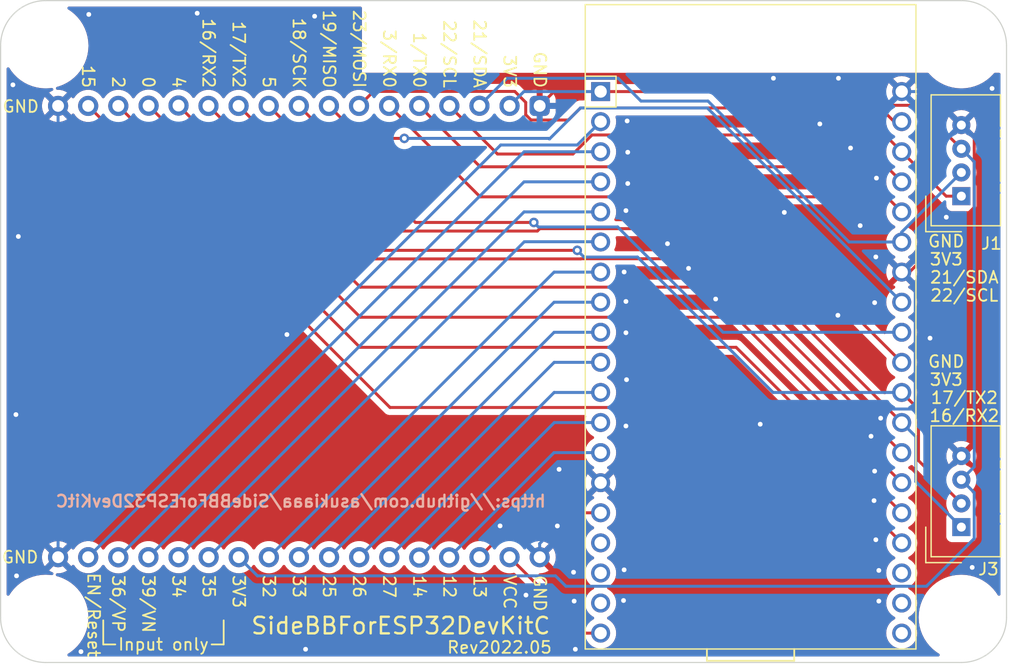
<source format=kicad_pcb>
(kicad_pcb (version 20221018) (generator pcbnew)
  (layers (0 "F.Cu" signal) (31 "B.Cu" signal) (34 "B.Paste" user) (35 "F.Paste" user) (36 "B.SilkS" user "B.Silkscreen") (37 "F.SilkS" user "F.Silkscreen") (38 "B.Mask" user) (39 "F.Mask" user) (44 "Edge.Cuts" user))
  (net 0 "")
  (net 1 "/22_SCL")
  (net 2 "/21_SDA")
  (net 3 "VCC")
  (net 4 "GND")
  (net 5 "+3V3")
  (net 6 "/1_TX0")
  (net 7 "/3_RX0")
  (net 8 "/23_MOSI")
  (net 9 "/19_MISO")
  (net 10 "/18_SCK")
  (net 11 "/5")
  (net 12 "/17_TX2")
  (net 13 "/16_RX2")
  (net 14 "/4")
  (net 15 "/0")
  (net 16 "/2")
  (net 17 "/15")
  (net 18 "/13")
  (net 19 "/12")
  (net 20 "/14")
  (net 21 "/27")
  (net 22 "/26")
  (net 23 "/25")
  (net 24 "/33")
  (net 25 "/32")
  (net 26 "/35")
  (net 27 "/34")
  (net 28 "/39_vn")
  (net 29 "/36_vp")
  (net 30 "/en_reset")
  (footprint "asukiaaa-kicad-footprints:ESP32-DEVKITC-32D" (layer "F.Cu") (at 198.17 55.9416)
    (fp_text reference "U1" hide)
    (fp_text value "ESP32-DEVKITC-32D")
    (fp_line (start -1.3 -7.34) (end 26.6 -7.34) (stroke (width 0.12)) (layer "F.SilkS"))
    (fp_line (start -1.3 -1.3) (end 1.3 -1.3) (stroke (width 0.12)) (layer "F.SilkS"))
    (fp_line (start -1.3 47.06) (end -1.3 -7.34) (stroke (width 0.12)) (layer "F.SilkS"))
    (fp_line (start 1.3 -1.3) (end 1.3 1.3) (stroke (width 0.12)) (layer "F.SilkS"))
    (fp_line (start 1.3 1.3) (end -1.3 1.3) (stroke (width 0.12)) (layer "F.SilkS"))
    (fp_line (start 8.9662 47.0662) (end 8.9662 48.0568) (stroke (width 0.15)) (layer "F.SilkS"))
    (fp_line (start 8.9662 48.0568) (end 16.3322 48.0568) (stroke (width 0.15)) (layer "F.SilkS"))
    (fp_line (start 16.3322 48.0568) (end 16.3322 47.0662) (stroke (width 0.15)) (layer "F.SilkS"))
    (fp_line (start 26.6 -7.34) (end 26.6 47.06) (stroke (width 0.12)) (layer "F.SilkS"))
    (fp_line (start 26.6 47.06) (end -1.3 47.06) (stroke (width 0.12)) (layer "F.SilkS"))
    (pad "1" thru_hole rect (at 0 0) (size 1.6 1.6) (drill 1.04) (layers "*.Cu" "*.Mask") (net 5 "+3V3"))
    (pad "2" thru_hole circle (at 0 2.54) (size 1.6 1.6) (drill 1.04) (layers "*.Cu" "*.Mask") (net 30 "/en_reset"))
    (pad "3" thru_hole circle (at 0 5.08) (size 1.6 1.6) (drill 1.04) (layers "*.Cu" "*.Mask") (net 29 "/36_vp"))
    (pad "4" thru_hole circle (at 0 7.62) (size 1.6 1.6) (drill 1.04) (layers "*.Cu" "*.Mask") (net 28 "/39_vn"))
    (pad "5" thru_hole circle (at 0 10.16) (size 1.6 1.6) (drill 1.04) (layers "*.Cu" "*.Mask") (net 27 "/34"))
    (pad "6" thru_hole circle (at 0 12.7) (size 1.6 1.6) (drill 1.04) (layers "*.Cu" "*.Mask") (net 26 "/35"))
    (pad "7" thru_hole circle (at 0 15.24) (size 1.6 1.6) (drill 1.04) (layers "*.Cu" "*.Mask") (net 25 "/32"))
    (pad "8" thru_hole circle (at 0 17.78) (size 1.6 1.6) (drill 1.04) (layers "*.Cu" "*.Mask") (net 24 "/33"))
    (pad "9" thru_hole circle (at 0 20.32) (size 1.6 1.6) (drill 1.04) (layers "*.Cu" "*.Mask") (net 23 "/25"))
    (pad "10" thru_hole circle (at 0 22.86) (size 1.6 1.6) (drill 1.04) (layers "*.Cu" "*.Mask") (net 22 "/26"))
    (pad "11" thru_hole circle (at 0 25.4) (size 1.6 1.6) (drill 1.04) (layers "*.Cu" "*.Mask") (net 21 "/27"))
    (pad "12" thru_hole circle (at 0 27.94) (size 1.6 1.6) (drill 1.04) (layers "*.Cu" "*.Mask") (net 20 "/14"))
    (pad "13" thru_hole circle (at 0 30.48) (size 1.6 1.6) (drill 1.04) (layers "*.Cu" "*.Mask") (net 19 "/12"))
    (pad "14" thru_hole circle (at 0 33.02) (size 1.6 1.6) (drill 1.04) (layers "*.Cu" "*.Mask") (net 4 "GND"))
    (pad "15" thru_hole circle (at 0 35.56) (size 1.6 1.6) (drill 1.04) (layers "*.Cu" "*.Mask") (net 18 "/13"))
    (pad "16" thru_hole circle (at 0 38.1) (size 1.6 1.6) (drill 1.04) (layers "*.Cu" "*.Mask"))
    (pad "17" thru_hole circle (at 0 40.64) (size 1.6 1.6) (drill 1.04) (layers "*.Cu" "*.Mask"))
    (pad "18" thru_hole circle (at 0 43.18) (size 1.6 1.6) (drill 1.04) (layers "*.Cu" "*.Mask"))
    (pad "19" thru_hole circle (at 0 45.72) (size 1.6 1.6) (drill 1.04) (layers "*.Cu" "*.Mask") (net 3 "VCC"))
    (pad "20" thru_hole circle (at 25.4 0) (size 1.6 1.6) (drill 1.04) (layers "*.Cu" "*.Mask") (net 4 "GND"))
    (pad "21" thru_hole circle (at 25.4 2.54) (size 1.6 1.6) (drill 1.04) (layers "*.Cu" "*.Mask") (net 8 "/23_MOSI"))
    (pad "22" thru_hole circle (at 25.4 5.08) (size 1.6 1.6) (drill 1.04) (layers "*.Cu" "*.Mask") (net 1 "/22_SCL"))
    (pad "23" thru_hole circle (at 25.4 7.62) (size 1.6 1.6) (drill 1.04) (layers "*.Cu" "*.Mask") (net 6 "/1_TX0"))
    (pad "24" thru_hole circle (at 25.4 10.16) (size 1.6 1.6) (drill 1.04) (layers "*.Cu" "*.Mask") (net 7 "/3_RX0"))
    (pad "25" thru_hole circle (at 25.4 12.7) (size 1.6 1.6) (drill 1.04) (layers "*.Cu" "*.Mask") (net 2 "/21_SDA"))
    (pad "26" thru_hole circle (at 25.4 15.24) (size 1.6 1.6) (drill 1.04) (layers "*.Cu" "*.Mask") (net 4 "GND"))
    (pad "27" thru_hole circle (at 25.4 17.78) (size 1.6 1.6) (drill 1.04) (layers "*.Cu" "*.Mask") (net 9 "/19_MISO"))
    (pad "28" thru_hole circle (at 25.4 20.32) (size 1.6 1.6) (drill 1.04) (layers "*.Cu" "*.Mask") (net 10 "/18_SCK"))
    (pad "29" thru_hole circle (at 25.4 22.86) (size 1.6 1.6) (drill 1.04) (layers "*.Cu" "*.Mask") (net 11 "/5"))
    (pad "30" thru_hole circle (at 25.4 25.4) (size 1.6 1.6) (drill 1.04) (layers "*.Cu" "*.Mask") (net 12 "/17_TX2"))
    (pad "31" thru_hole circle (at 25.4 27.94) (size 1.6 1.6) (drill 1.04) (layers "*.Cu" "*.Mask") (net 13 "/16_RX2"))
    (pad "32" thru_hole circle (at 25.4 30.48) (size 1.6 1.6) (drill 1.04) (layers "*.Cu" "*.Mask") (net 14 "/4"))
    (pad "33" thru_hole circle (at 25.4 33.02) (size 1.6 1.6) (drill 1.04) (layers "*.Cu" "*.Mask") (net 15 "/0"))
    (pad "34" thru_hole circle (at 25.4 35.56) (size 1.6 1.6) (drill 1.04) (layers "*.Cu" "*.Mask") (net 16 "/2"))
    (pad "35" thru_hole circle (at 25.4 38.1) (size 1.6 1.6) (drill 1.04) (layers "*.Cu" "*.Mask") (net 17 "/15"))
    (pad "36" thru_hole circle (at 25.4 40.64) (size 1.6 1.6) (drill 1.04) (layers "*.Cu" "*.Mask"))
    (pad "37" thru_hole circle (at 25.4 43.18) (size 1.6 1.6) (drill 1.04) (layers "*.Cu" "*.Mask"))
    (pad "38" thru_hole circle (at 25.4 45.72) (size 1.6 1.6) (drill 1.04) (layers "*.Cu" "*.Mask"))
  )
  (footprint "asukiaaa-kicad-footprints:MountingHole_3.2mm_M3_bare" (layer "F.Cu") (at 228.6 100.33)
    (fp_text reference "REF2" hide)
    (fp_text value "MountingHole_3.2mm_M3_bare" hide)
    (pad "" np_thru_hole circle (at 0 0) (size 3.2 3.2) (drill 3.2) (layers "F&B.Cu" "*.Mask") (clearance 2))
  )
  (footprint "asukiaaa-kicad-footprints:MountingHole_3.2mm_M3_bare" (layer "F.Cu") (at 151.36 52.07)
    (fp_text reference "REF4" hide)
    (fp_text value "MountingHole_3.2mm_M3_bare" hide)
    (pad "" np_thru_hole circle (at 0 0) (size 3.2 3.2) (drill 3.2) (layers "F&B.Cu" "*.Mask") (clearance 2))
  )
  (footprint "asukiaaa-kicad-footprints:MountingHole_3.2mm_M3_bare" (layer "F.Cu") (at 151.36 100.33)
    (fp_text reference "REF3" hide)
    (fp_text value "MountingHole_3.2mm_M3_bare" hide)
    (pad "" np_thru_hole circle (at 0 0) (size 3.2 3.2) (drill 3.2) (layers "F&B.Cu" "*.Mask") (clearance 2))
  )
  (footprint "Connector:NS-Tech_Grove_1x04_P2mm_Vertical" (layer "F.Cu") (at 228.6 92.71 180)
    (fp_text reference "J3" (at -2.286 -3.556) (layer "F.SilkS"))
    (fp_text value "Grove-I2C-connector")
    (fp_line (start -3.3 -2.5) (end -3.3 0.15) (stroke (width 0.12)) (layer "F.SilkS"))
    (fp_line (start -3.3 -2.5) (end 2.55 -2.5) (stroke (width 0.12)) (layer "F.SilkS"))
    (fp_line (start -3.3 0.4) (end -3.3 1) (stroke (width 0.12)) (layer "F.SilkS"))
    (fp_line (start -3.3 1.25) (end -3.3 4.75) (stroke (width 0.12)) (layer "F.SilkS"))
    (fp_line (start -3.3 5) (end -3.3 5.6) (stroke (width 0.12)) (layer "F.SilkS"))
    (fp_line (start -3.3 5.9) (end -3.3 8.55) (stroke (width 0.12)) (layer "F.SilkS"))
    (fp_line (start -3.3 8.55) (end 2.55 8.55) (stroke (width 0.12)) (layer "F.SilkS"))
    (fp_line (start 0 -3) (end 3 -3) (stroke (width 0.12)) (layer "F.SilkS"))
    (fp_line (start 2.55 -2.5) (end 2.55 8.55) (stroke (width 0.12)) (layer "F.SilkS"))
    (fp_line (start 3 -3) (end 3 0) (stroke (width 0.12)) (layer "F.SilkS"))
    (pad "1" thru_hole rect (at 0 0 180) (size 1.524 1.524) (drill 0.762) (layers "*.Cu" "*.Mask") (net 13 "/16_RX2"))
    (pad "2" thru_hole circle (at 0 2 180) (size 1.524 1.524) (drill 0.762) (layers "*.Cu" "*.Mask") (net 12 "/17_TX2"))
    (pad "3" thru_hole circle (at 0 4 180) (size 1.524 1.524) (drill 0.762) (layers "*.Cu" "*.Mask") (net 5 "+3V3"))
    (pad "4" thru_hole circle (at 0 6 180) (size 1.524 1.524) (drill 0.762) (layers "*.Cu" "*.Mask") (net 4 "GND"))
  )
  (footprint "Connector:NS-Tech_Grove_1x04_P2mm_Vertical" (layer "F.Cu") (at 228.6 64.77 180)
    (fp_text reference "J1" (at -2.54 -4) (layer "F.SilkS"))
    (fp_text value "Grove-I2C-connector")
    (fp_line (start -3.3 -2.5) (end -3.3 0.15) (stroke (width 0.12)) (layer "F.SilkS"))
    (fp_line (start -3.3 -2.5) (end 2.55 -2.5) (stroke (width 0.12)) (layer "F.SilkS"))
    (fp_line (start -3.3 0.4) (end -3.3 1) (stroke (width 0.12)) (layer "F.SilkS"))
    (fp_line (start -3.3 1.25) (end -3.3 4.75) (stroke (width 0.12)) (layer "F.SilkS"))
    (fp_line (start -3.3 5) (end -3.3 5.6) (stroke (width 0.12)) (layer "F.SilkS"))
    (fp_line (start -3.3 5.9) (end -3.3 8.55) (stroke (width 0.12)) (layer "F.SilkS"))
    (fp_line (start -3.3 8.55) (end 2.55 8.55) (stroke (width 0.12)) (layer "F.SilkS"))
    (fp_line (start 0 -3) (end 3 -3) (stroke (width 0.12)) (layer "F.SilkS"))
    (fp_line (start 2.55 -2.5) (end 2.55 8.55) (stroke (width 0.12)) (layer "F.SilkS"))
    (fp_line (start 3 -3) (end 3 0) (stroke (width 0.12)) (layer "F.SilkS"))
    (pad "1" thru_hole rect (at 0 0 180) (size 1.524 1.524) (drill 0.762) (layers "*.Cu" "*.Mask") (net 1 "/22_SCL"))
    (pad "2" thru_hole circle (at 0 2 180) (size 1.524 1.524) (drill 0.762) (layers "*.Cu" "*.Mask") (net 2 "/21_SDA"))
    (pad "3" thru_hole circle (at 0 4 180) (size 1.524 1.524) (drill 0.762) (layers "*.Cu" "*.Mask") (net 5 "+3V3"))
    (pad "4" thru_hole circle (at 0 6 180) (size 1.524 1.524) (drill 0.762) (layers "*.Cu" "*.Mask") (net 4 "GND"))
  )
  (footprint "asukiaaa-kicad-footprints:mini-bread-board-1x17x2" (layer "F.Cu") (at 172.72 76.2 -90)
    (fp_text reference "J2" hide)
    (fp_text value "mini-bread-board-1x17x2")
    (pad "1" thru_hole roundrect (at -19.05 -20.306594) (size 1.7 1.7) (drill 1) (layers "*.Cu" "*.Mask") (net 4 "GND"))
    (pad "2" thru_hole circle (at -19.05 -17.766594 270) (size 1.7 1.7) (drill 1) (layers "*.Cu" "*.Mask") (net 5 "+3V3"))
    (pad "3" thru_hole circle (at -19.059586 -15.226594 270) (size 1.7 1.7) (drill 1) (layers "*.Cu" "*.Mask") (net 2 "/21_SDA"))
    (pad "4" thru_hole circle (at -19.05 -12.686594 270) (size 1.7 1.7) (drill 1) (layers "*.Cu" "*.Mask") (net 1 "/22_SCL"))
    (pad "5" thru_hole circle (at -19.05 -10.146594 270) (size 1.7 1.7) (drill 1) (layers "*.Cu" "*.Mask") (net 6 "/1_TX0"))
    (pad "6" thru_hole circle (at -19.05 -7.606594 270) (size 1.7 1.7) (drill 1) (layers "*.Cu" "*.Mask") (net 7 "/3_RX0"))
    (pad "7" thru_hole circle (at -19.05 -5.066594 270) (size 1.7 1.7) (drill 1) (layers "*.Cu" "*.Mask") (net 8 "/23_MOSI"))
    (pad "8" thru_hole circle (at -19.05 -2.526594 270) (size 1.7 1.7) (drill 1) (layers "*.Cu" "*.Mask") (net 9 "/19_MISO"))
    (pad "9" thru_hole circle (at -19.05 0.013406 270) (size 1.7 1.7) (drill 1) (layers "*.Cu" "*.Mask") (net 10 "/18_SCK"))
    (pad "10" thru_hole circle (at -19.05 2.553406 270) (size 1.7 1.7) (drill 1) (layers "*.Cu" "*.Mask") (net 11 "/5"))
    (pad "11" thru_hole circle (at -19.05 5.093406 270) (size 1.7 1.7) (drill 1) (layers "*.Cu" "*.Mask") (net 12 "/17_TX2"))
    (pad "12" thru_hole circle (at -19.05 7.633406 270) (size 1.7 1.7) (drill 1) (layers "*.Cu" "*.Mask") (net 13 "/16_RX2"))
    (pad "13" thru_hole circle (at -19.078711 10.16 270) (size 1.7 1.7) (drill 1) (layers "*.Cu" "*.Mask") (net 14 "/4"))
    (pad "14" thru_hole circle (at -19.066615 12.683384 270) (size 1.7 1.7) (drill 1) (layers "*.Cu" "*.Mask") (net 15 "/0"))
    (pad "15" thru_hole circle (at -19.05 15.24 270) (size 1.7 1.7) (drill 1) (layers "*.Cu" "*.Mask") (net 16 "/2"))
    (pad "16" thru_hole circle (at -19.05 17.78 270) (size 1.7 1.7) (drill 1) (layers "*.Cu" "*.Mask") (net 17 "/15"))
    (pad "17" thru_hole circle (at -19.05 20.32 270) (size 1.7 1.7) (drill 1) (layers "*.Cu" "*.Mask") (net 4 "GND"))
    (pad "18" thru_hole circle (at 19.05 20.32 90) (size 1.7 1.7) (drill 1) (layers "*.Cu" "*.Mask") (net 4 "GND"))
    (pad "19" thru_hole circle (at 19.050001 17.78 90) (size 1.7 1.7) (drill 1) (layers "*.Cu" "*.Mask") (net 30 "/en_reset"))
    (pad "20" thru_hole circle (at 19.059587 15.24 90) (size 1.7 1.7) (drill 1) (layers "*.Cu" "*.Mask") (net 29 "/36_vp"))
    (pad "21" thru_hole circle (at 19.050001 12.7 90) (size 1.7 1.7) (drill 1) (layers "*.Cu" "*.Mask") (net 28 "/39_vn"))
    (pad "22" thru_hole circle (at 19.050001 10.16 90) (size 1.7 1.7) (drill 1) (layers "*.Cu" "*.Mask") (net 27 "/34"))
    (pad "23" thru_hole circle (at 19.050001 7.62 90) (size 1.7 1.7) (drill 1) (layers "*.Cu" "*.Mask") (net 26 "/35"))
    (pad "24" thru_hole circle (at 19.050001 5.08 90) (size 1.7 1.7) (drill 1) (layers "*.Cu" "*.Mask") (net 5 "+3V3"))
    (pad "25" thru_hole circle (at 19.050001 2.54 90) (size 1.7 1.7) (drill 1) (layers "*.Cu" "*.Mask") (net 25 "/32"))
    (pad "26" thru_hole circle (at 19.050001 0 90) (size 1.7 1.7) (drill 1) (layers "*.Cu" "*.Mask") (net 24 "/33"))
    (pad "27" thru_hole circle (at 19.050001 -2.54 90) (size 1.7 1.7) (drill 1) (layers "*.Cu" "*.Mask") (net 23 "/25"))
    (pad "28" thru_hole circle (at 19.050001 -5.08 90) (size 1.7 1.7) (drill 1) (layers "*.Cu" "*.Mask") (net 22 "/26"))
    (pad "29" thru_hole circle (at 19.050001 -7.62 90) (size 1.7 1.7) (drill 1) (layers "*.Cu" "*.Mask") (net 21 "/27"))
    (pad "30" thru_hole circle (at 19.078712 -10.146594 90) (size 1.7 1.7) (drill 1) (layers "*.Cu" "*.Mask") (net 20 "/14"))
    (pad "31" thru_hole circle (at 19.066616 -12.669978 90) (size 1.7 1.7) (drill 1) (layers "*.Cu" "*.Mask") (net 19 "/12"))
    (pad "32" thru_hole circle (at 19.050001 -15.226594 90) (size 1.7 1.7) (drill 1) (layers "*.Cu" "*.Mask") (net 18 "/13"))
    (pad "33" thru_hole circle (at 19.050001 -17.766594 90) (size 1.7 1.7) (drill 1) (layers "*.Cu" "*.Mask") (net 3 "VCC"))
    (pad "34" thru_hole circle (at 19.050001 -20.306594 90) (size 1.7 1.7) (drill 1) (layers "*.Cu" "*.Mask") (net 4 "GND"))
  )
  (footprint "asukiaaa-kicad-footprints:MountingHole_3.2mm_M3_bare" (layer "F.Cu") (at 228.6 52.07)
    (fp_text reference "REF1" hide)
    (fp_text value "MountingHole_3.2mm_M3_bare" hide)
    (pad "" np_thru_hole circle (at 0 0) (size 3.2 3.2) (drill 3.2) (layers "F&B.Cu" "*.Mask") (clearance 2))
  )
  (gr_line (start 156.21 102.616) (end 157.226 102.616) (stroke (width 0.15)) (layer "F.SilkS"))
  (gr_line (start 156.21 100.584) (end 156.21 102.616) (stroke (width 0.15)) (layer "F.SilkS"))
  (gr_line (start 165.354 102.616) (end 166.37 102.616) (stroke (width 0.15)) (layer "F.SilkS"))
  (gr_line (start 166.37 102.616) (end 166.37 100.584) (stroke (width 0.15)) (layer "F.SilkS"))
  (gr_line (start 147.550001 52.070001) (end 147.550001 100.329999) (stroke (width 0.1)) (layer "Edge.Cuts"))
  (gr_line (start 232.409999 100.329999) (end 232.41 52.07) (stroke (width 0.1)) (layer "Edge.Cuts"))
  (gr_arc (start 232.409999 100.329999) (mid 231.294076 103.024076) (end 228.599999 104.139999) (stroke (width 0.1)) (layer "Edge.Cuts"))
  (gr_line (start 228.6 48.26) (end 151.360001 48.260001) (stroke (width 0.1)) (layer "Edge.Cuts"))
  (gr_line (start 151.360001 104.139999) (end 228.599999 104.139999) (stroke (width 0.1)) (layer "Edge.Cuts"))
  (gr_arc (start 147.550001 52.070001) (mid 148.665924 49.375924) (end 151.360001 48.260001) (stroke (width 0.1)) (layer "Edge.Cuts"))
  (gr_arc (start 151.360001 104.139999) (mid 148.665924 103.024076) (end 147.550001 100.329999) (stroke (width 0.1)) (layer "Edge.Cuts"))
  (gr_arc (start 228.6 48.26) (mid 231.294077 49.375923) (end 232.41 52.07) (stroke (width 0.1)) (layer "Edge.Cuts"))
  (gr_text "https://github.com/asukiaaa/SideBBForESP32DevKitC" (at 172.8724 90.5256) (layer "B.SilkS") (effects (font (size 1 1) (thickness 0.2)) (justify mirror)))
  (gr_text "25" (at 175.26 97.726572 270) (layer "F.SilkS") (effects (font (size 1 1))))
  (gr_text "GND" (at 193.04 54.102 270) (layer "F.SilkS") (effects (font (size 1 1))))
  (gr_text "4" (at 162.56 55.149619 270) (layer "F.SilkS") (effects (font (size 1 1))))
  (gr_text "3V3" (at 167.64 98.155143 270) (layer "F.SilkS") (effects (font (size 1 1))))
  (gr_text "12" (at 185.42 97.726572 270) (layer "F.SilkS") (effects (font (size 1 1))))
  (gr_text "18/SCK" (at 172.72 52.673429 270) (layer "F.SilkS") (effects (font (size 1 1))))
  (gr_text "GND" (at 227.33 78.74) (layer "F.SilkS") (effects (font (size 1 1))))
  (gr_text "Input only" (at 161.29 102.616) (layer "F.SilkS") (effects (font (size 1 1))))
  (gr_text "22/SCL" (at 185.42 52.768667 270) (layer "F.SilkS") (effects (font (size 1 1))))
  (gr_text "3V3" (at 227.33 70.104) (layer "F.SilkS") (effects (font (size 1 1))))
  (gr_text "3/RX0" (at 180.34 53.173429 270) (layer "F.SilkS") (effects (font (size 1 1))))
  (gr_text "15" (at 154.94 54.673429 270) (layer "F.SilkS") (effects (font (size 1 1))))
  (gr_text "GND" (at 193.04 98.298 270) (layer "F.SilkS") (effects (font (size 1 1))))
  (gr_text "33" (at 172.72 97.726572 270) (layer "F.SilkS") (effects (font (size 1 1))))
  (gr_text "19/MISO" (at 175.26 52.340095 270) (layer "F.SilkS") (effects (font (size 1 1))))
  (gr_text "35" (at 165.1 97.726572 270) (layer "F.SilkS") (effects (font (size 1 1))))
  (gr_text "39/VN" (at 160.02 99.202762 270) (layer "F.SilkS") (effects (font (size 1 1))))
  (gr_text "14" (at 182.88 97.726572 270) (layer "F.SilkS") (effects (font (size 1 1))))
  (gr_text "SideBBForESP32DevKitC" (at 181.3052 101.0412) (layer "F.SilkS") (effects (font (size 1.4 1.4) (thickness 0.2))))
  (gr_text "17/TX2" (at 167.64 52.816286 270) (layer "F.SilkS") (effects (font (size 1 1))))
  (gr_text "17/TX2" (at 228.854 81.788) (layer "F.SilkS") (effects (font (size 1 1))))
  (gr_text "Rev2022.05" (at 189.6364 102.87) (layer "F.SilkS") (effects (font (size 1 1))))
  (gr_text "21/SDA" (at 187.96 52.744857 270) (layer "F.SilkS") (effects (font (size 1 1))))
  (gr_text "EN/Reset" (at 155.3972 100.1268 270) (layer "F.SilkS") (effects (font (size 1 1))))
  (gr_text "23/MOSI" (at 177.8 52.340095 270) (layer "F.SilkS") (effects (font (size 1 1))))
  (gr_text "GND" (at 227.33 68.58) (layer "F.SilkS") (effects (font (size 1 1))))
  (gr_text "3V3" (at 227.33 80.264) (layer "F.SilkS") (effects (font (size 1 1))))
  (gr_text "GND" (at 149.1996 95.25) (layer "F.SilkS") (effects (font (size 1 1))))
  (gr_text "16/RX2" (at 228.854 83.312) (layer "F.SilkS") (effects (font (size 1 1))))
  (gr_text "21/SDA" (at 228.854 71.628) (layer "F.SilkS") (effects (font (size 1 1))))
  (gr_text "1/TX0" (at 182.88 53.292476 270) (layer "F.SilkS") (effects (font (size 1 1))))
  (gr_text "5" (at 170.18 55.149619 270) (layer "F.SilkS") (effects (font (size 1 1))))
  (gr_text "13" (at 187.96 97.726572 270) (layer "F.SilkS") (effects (font (size 1 1))))
  (gr_text "36/VP" (at 157.48 99.178953 270) (layer "F.SilkS") (effects (font (size 1 1))))
  (gr_text "27" (at 180.34 97.726572 270) (layer "F.SilkS") (effects (font (size 1 1))))
  (gr_text "2" (at 157.48 55.149619 270) (layer "F.SilkS") (effects (font (size 1 1))))
  (gr_text "VCC" (at 190.5 98.202762 270) (layer "F.SilkS") (effects (font (size 1 1))))
  (gr_text "26" (at 177.8 97.726572 270) (layer "F.SilkS") (effects (font (size 1 1))))
  (gr_text "0" (at 160.02 55.149619 270) (layer "F.SilkS") (effects (font (size 1 1))))
  (gr_text "3V3" (at 190.5 54.244857 270) (layer "F.SilkS") (effects (font (size 1 1))))
  (gr_text "34" (at 162.56 97.726572 270) (layer "F.SilkS") (effects (font (size 1 1))))
  (gr_text "GND" (at 149.2504 57.2008) (layer "F.SilkS") (effects (font (size 1 1))))
  (gr_text "22/SCL" (at 228.854 73.152) (layer "F.SilkS") (effects (font (size 1 1))))
  (gr_text "32" (at 170.18 97.726572 270) (layer "F.SilkS") (effects (font (size 1 1))))
  (gr_text "16/RX2" (at 165.1 52.697238 270) (layer "F.SilkS") (effects (font (size 1 1))))
  (segment (start 228.6 64.77) (end 227.3184 64.77) (width 0.25) (layer "F.Cu") (net 1))
  (segment (start 195.834 61.214) (end 189.4706 61.214) (width 0.25) (layer "F.Cu") (net 1))
  (segment (start 197.441 59.607) (end 195.834 61.214) (width 0.25) (layer "F.Cu") (net 1))
  (segment (start 227.3184 64.77) (end 223.57 61.0216) (width 0.25) (layer "F.Cu") (net 1))
  (segment (start 223.57 61.0216) (end 222.1554 59.607) (width 0.25) (layer "F.Cu") (net 1))
  (segment (start 189.4706 61.214) (end 185.4066 57.15) (width 0.25) (layer "F.Cu") (net 1))
  (segment (start 222.1554 59.607) (end 197.441 59.607) (width 0.25) (layer "F.Cu") (net 1))
  (segment (start 208.769859 58.285741) (end 219.125718 68.6416) (width 0.25) (layer "B.Cu") (net 2))
  (segment (start 190.2708 54.8162) (end 199.647 54.8162) (width 0.25) (layer "B.Cu") (net 2))
  (segment (start 201.5744 56.7436) (end 207.227717 56.7436) (width 0.25) (layer "B.Cu") (net 2))
  (segment (start 190.2708 54.8162) (end 187.9466 57.1404) (width 0.25) (layer "B.Cu") (net 2))
  (segment (start 228.6 62.77) (end 223.57 67.8) (width 0.25) (layer "B.Cu") (net 2))
  (segment (start 219.125718 68.6416) (end 223.57 68.6416) (width 0.25) (layer "B.Cu") (net 2))
  (segment (start 223.57 67.8) (end 223.57 68.6416) (width 0.25) (layer "B.Cu") (net 2))
  (segment (start 199.647 54.8162) (end 201.5744 56.7436) (width 0.25) (layer "B.Cu") (net 2))
  (segment (start 207.227717 56.7436) (end 208.769859 58.285741) (width 0.25) (layer "B.Cu") (net 2))
  (segment (start 198.17 101.6616) (end 196.8982 101.6616) (width 0.25) (layer "F.Cu") (net 3))
  (segment (start 196.8982 101.6616) (end 190.4866 95.25) (width 0.25) (layer "F.Cu") (net 3))
  (segment (start 229.6874 65.7154) (end 224.2212 71.1816) (width 0.25) (layer "F.Cu") (net 4))
  (segment (start 224.2212 71.1816) (end 223.57 71.1816) (width 0.25) (layer "F.Cu") (net 4))
  (segment (start 229.6874 59.8574) (end 229.6874 65.7154) (width 0.25) (layer "F.Cu") (net 4))
  (segment (start 222.4446 54.8162) (end 218.2338 54.8162) (width 0.25) (layer "F.Cu") (net 4))
  (segment (start 195.3604 54.8162) (end 193.0266 57.15) (width 0.25) (layer "F.Cu") (net 4))
  (segment (start 218.2338 54.8162) (end 212.7474 54.8162) (width 0.25) (layer "F.Cu") (net 4))
  (segment (start 228.6 58.77) (end 229.6874 59.8574) (width 0.25) (layer "F.Cu") (net 4))
  (segment (start 212.7474 54.8162) (end 195.3604 54.8162) (width 0.25) (layer "F.Cu") (net 4))
  (segment (start 223.57 55.9416) (end 222.4446 54.8162) (width 0.25) (layer "F.Cu") (net 4))
  (via (at 200.152 96.3168) (size 0.8) (drill 0.4) (layers "F.Cu" "B.Cu") (net 4))
  (via (at 221.3864 69.9008) (size 0.8) (drill 0.4) (layers "F.Cu" "B.Cu") (net 4))
  (via (at 154.3304 103.2256) (size 0.8) (drill 0.4) (layers "F.Cu" "B.Cu") (net 4))
  (via (at 221.234 90.4748) (size 0.8) (drill 0.4) (layers "F.Cu" "B.Cu") (net 4))
  (via (at 207.8736 73.4568) (size 0.8) (drill 0.4) (layers "F.Cu" "B.Cu") (net 4))
  (via (at 200.3044 65.9892) (size 0.8) (drill 0.4) (layers "F.Cu" "B.Cu") (net 4))
  (via (at 231.1908 55.6768) (size 0.8) (drill 0.4) (layers "F.Cu" "B.Cu") (net 4))
  (via (at 200.3044 73.66) (size 0.8) (drill 0.4) (layers "F.Cu" "B.Cu") (net 4))
  (via (at 218.2338 54.8162) (size 0.8) (drill 0.4) (layers "F.Cu" "B.Cu") (net 4))
  (via (at 205.5876 70.866) (size 0.8) (drill 0.4) (layers "F.Cu" "B.Cu") (net 4))
  (via (at 200.3044 76.3016) (size 0.8) (drill 0.4) (layers "F.Cu" "B.Cu") (net 4))
  (via (at 221.6404 98.9584) (size 0.8) (drill 0.4) (layers "F.Cu" "B.Cu") (net 4))
  (via (at 195.8848 96.52) (size 0.8) (drill 0.4) (layers "F.Cu" "B.Cu") (net 4))
  (via (at 195.9356 98.9584) (size 0.8) (drill 0.4) (layers "F.Cu" "B.Cu") (net 4))
  (via (at 221.7928 83.5152) (size 0.8) (drill 0.4) (layers "F.Cu" "B.Cu") (net 4))
  (via (at 164.1348 49.3268) (size 0.8) (drill 0.4) (layers "F.Cu" "B.Cu") (net 4))
  (via (at 200.1012 98.9076) (size 0.8) (drill 0.4) (layers "F.Cu" "B.Cu") (net 4))
  (via (at 154.9908 49.4284) (size 0.8) (drill 0.4) (layers "F.Cu" "B.Cu") (net 4))
  (via (at 194.6656 87.8332) (size 0.8) (drill 0.4) (layers "F.Cu" "B.Cu") (net 4))
  (via (at 148.8948 96.8248) (size 0.8) (drill 0.4) (layers "F.Cu" "B.Cu") (net 4))
  (via (at 216.662 58.674) (size 0.8) (drill 0.4) (layers "F.Cu" "B.Cu") (net 4))
  (via (at 220.0656 67.2592) (size 0.8) (drill 0.4) (layers "F.Cu" "B.Cu") (net 4))
  (via (at 203.8096 68.7832) (size 0.8) (drill 0.4) (layers "F.Cu" "B.Cu") (net 4))
  (via (at 200.4568 61.0616) (size 0.8) (drill 0.4) (layers "F.Cu" "B.Cu") (net 4))
  (via (at 200.406 58.42) (size 0.8) (drill 0.4) (layers "F.Cu" "B.Cu") (net 4))
  (via (at 200.4568 63.7032) (size 0.8) (drill 0.4) (layers "F.Cu" "B.Cu") (net 4))
  (via (at 221.3864 93.7768) (size 0.8) (drill 0.4) (layers "F.Cu" "B.Cu") (net 4))
  (via (at 200.3044 84.1756) (size 0.8) (drill 0.4) (layers "F.Cu" "B.Cu") (net 4))
  (via (at 213.6648 66.1416) (size 0.8) (drill 0.4) (layers "F.Cu" "B.Cu") (net 4))
  (via (at 148.59 55.372) (size 0.8) (drill 0.4) (layers "F.Cu" "B.Cu") (net 4))
  (via (at 191.8716 98.4504) (size 0.8) (drill 0.4) (layers "F.Cu" "B.Cu") (net 4))
  (via (at 200.3552 80.264) (size 0.8) (drill 0.4) (layers "F.Cu" "B.Cu") (net 4))
  (via (at 221.2848 87.9856) (size 0.8) (drill 0.4) (layers "F.Cu" "B.Cu") (net 4))
  (via (at 174.0408 49.5808) (size 0.8) (drill 0.4) (layers "F.Cu" "B.Cu") (net 4))
  (via (at 221.4372 63.246) (size 0.8) (drill 0.4) (layers "F.Cu" "B.Cu") (net 4))
  (via (at 219.2528 60.706) (size 0.8) (drill 0.4) (layers "F.Cu" "B.Cu") (net 4))
  (via (at 196.0372 103.0224) (size 0.8) (drill 0.4) (layers "F.Cu" "B.Cu") (net 4))
  (via (at 225.9584 76.7588) (size 0.8) (drill 0.4) (layers "F.Cu" "B.Cu") (net 4))
  (via (at 194.5182 92.6134) (size 0.8) (drill 0.4) (layers "F.Cu" "B.Cu") (net 4))
  (via (at 229.5144 96.1136) (size 0.8) (drill 0.4) (layers "F.Cu" "B.Cu") (net 4))
  (via (at 221.6404 96.3676) (size 0.8) (drill 0.4) (layers "F.Cu" "B.Cu") (net 4))
  (via (at 149.0472 68.1736) (size 0.8) (drill 0.4) (layers "F.Cu" "B.Cu") (net 4))
  (via (at 171.704 76.454) (size 0.8) (drill 0.4) (layers "F.Cu" "B.Cu") (net 4))
  (via (at 221.2848 73.7616) (size 0.8) (drill 0.4) (layers "F.Cu" "B.Cu") (net 4))
  (via (at 220.98 85.0392) (size 0.8) (drill 0.4) (layers "F.Cu" "B.Cu") (net 4))
  (via (at 211.6328 84.0232) (size 0.8) (drill 0.4) (layers "F.Cu" "B.Cu") (net 4))
  (via (at 173.2788 103.0224) (size 0.8) (drill 0.4) (layers "F.Cu" "B.Cu") (net 4))
  (via (at 189.6872 92.6084) (size 0.8) (drill 0.4) (layers "F.Cu" "B.Cu") (net 4))
  (via (at 200.152 71.1708) (size 0.8) (drill 0.4) (layers "F.Cu" "B.Cu") (net 4))
  (via (at 218.186 74.8284) (size 0.8) (drill 0.4) (layers "F.Cu" "B.Cu") (net 4))
  (via (at 212.7474 54.8162) (size 0.8) (drill 0.4) (layers "F.Cu" "B.Cu") (net 4))
  (via (at 148.844 83.2104) (size 0.8) (drill 0.4) (layers "F.Cu" "B.Cu") (net 4))
  (via (at 227.33 66.548) (size 0.8) (drill 0.4) (layers "F.Cu" "B.Cu") (net 4))
  (segment (start 225.7716 55.9416) (end 223.57 55.9416) (width 0.25) (layer "B.Cu") (net 4))
  (segment (start 223.57 71.1816) (end 224.7127 72.3243) (width 0.25) (layer "B.Cu") (net 4))
  (segment (start 193.0266 94.105) (end 193.0266 95.25) (width 0.25) (layer "B.Cu") (net 4))
  (segment (start 198.17 88.9616) (end 194.5182 92.6134) (width 0.25) (layer "B.Cu") (net 4))
  (segment (start 228.6 86.71) (end 224.6297 82.7397) (width 0.25) (layer "B.Cu") (net 4))
  (segment (start 224.7127 82.6567) (end 224.6297 82.7397) (width 0.25) (layer "B.Cu") (net 4))
  (segment (start 152.4 95.25) (end 152.4 57.15) (width 0.25) (layer "B.Cu") (net 4))
  (segment (start 224.6297 82.7397) (end 204.3919 82.7397) (width 0.25) (layer "B.Cu") (net 4))
  (segment (start 228.6 58.77) (end 225.7716 55.9416) (width 0.25) (layer "B.Cu") (net 4))
  (segment (start 204.3919 82.7397) (end 198.17 88.9616) (width 0.25) (layer "B.Cu") (net 4))
  (segment (start 224.7127 72.3243) (end 224.7127 82.6567) (width 0.25) (layer "B.Cu") (net 4))
  (segment (start 194.5182 92.6134) (end 193.0266 94.105) (width 0.25) (layer "B.Cu") (net 4))
  (segment (start 224.9312 57.1012) (end 222.5079 57.1012) (width 0.25) (layer "F.Cu") (net 5))
  (segment (start 221.3483 55.9416) (end 198.17 55.9416) (width 0.25) (layer "F.Cu") (net 5))
  (segment (start 222.5079 57.1012) (end 221.3483 55.9416) (width 0.25) (layer "F.Cu") (net 5))
  (segment (start 228.6 60.77) (end 224.9312 57.1012) (width 0.25) (layer "F.Cu") (net 5))
  (segment (start 169.214799 96.8248) (end 194.3608 96.8248) (width 0.25) (layer "B.Cu") (net 5))
  (segment (start 229.6874 89.7974) (end 229.6874 93.6756) (width 0.25) (layer "B.Cu") (net 5))
  (segment (start 228.6 88.71) (end 229.6874 89.7974) (width 0.25) (layer "B.Cu") (net 5))
  (segment (start 225.656889 97.706111) (end 225.7403 97.6227) (width 0.25) (layer "B.Cu") (net 5))
  (segment (start 229.6923 61.8623) (end 229.6923 87.6177) (width 0.25) (layer "B.Cu") (net 5))
  (segment (start 229.6923 87.6177) (end 228.6 88.71) (width 0.25) (layer "B.Cu") (net 5))
  (segment (start 198.17 55.9416) (end 191.695 55.9416) (width 0.25) (layer "B.Cu") (net 5))
  (segment (start 195.242111 97.706111) (end 225.656889 97.706111) (width 0.25) (layer "B.Cu") (net 5))
  (segment (start 194.3608 96.8248) (end 195.242111 97.706111) (width 0.25) (layer "B.Cu") (net 5))
  (segment (start 191.695 55.9416) (end 190.4866 57.15) (width 0.25) (layer "B.Cu") (net 5))
  (segment (start 228.6 60.77) (end 229.6923 61.8623) (width 0.25) (layer "B.Cu") (net 5))
  (segment (start 167.64 95.250001) (end 169.214799 96.8248) (width 0.25) (layer "B.Cu") (net 5))
  (segment (start 229.6874 93.6756) (end 225.7403 97.6227) (width 0.25) (layer "B.Cu") (net 5))
  (segment (start 222.3 62.2916) (end 188.0082 62.2916) (width 0.25) (layer "F.Cu") (net 6))
  (segment (start 223.57 63.5616) (end 222.3 62.2916) (width 0.25) (layer "F.Cu") (net 6))
  (segment (start 188.0082 62.2916) (end 182.8666 57.15) (width 0.25) (layer "F.Cu") (net 6))
  (segment (start 188.0082 64.8316) (end 180.3266 57.15) (width 0.25) (layer "F.Cu") (net 7))
  (segment (start 222.3 64.8316) (end 188.0082 64.8316) (width 0.25) (layer "F.Cu") (net 7))
  (segment (start 223.57 66.1016) (end 222.3 64.8316) (width 0.25) (layer "F.Cu") (net 7))
  (segment (start 195.4513 58.3428) (end 192.3 58.3428) (width 0.25) (layer "F.Cu") (net 8))
  (segment (start 191.8496 57.8924) (end 191.8496 56.8508) (width 0.25) (layer "F.Cu") (net 8))
  (segment (start 190.9253 55.9265) (end 179.0101 55.9265) (width 0.25) (layer "F.Cu") (net 8))
  (segment (start 191.8496 56.8508) (end 190.9253 55.9265) (width 0.25) (layer "F.Cu") (net 8))
  (segment (start 179.0101 55.9265) (end 177.7866 57.15) (width 0.25) (layer "F.Cu") (net 8))
  (segment (start 196.4678 57.3263) (end 195.4513 58.3428) (width 0.25) (layer "F.Cu") (net 8))
  (segment (start 192.3 58.3428) (end 191.8496 57.8924) (width 0.25) (layer "F.Cu") (net 8))
  (segment (start 222.9331 58.4816) (end 221.7778 57.3263) (width 0.25) (layer "F.Cu") (net 8))
  (segment (start 221.7778 57.3263) (end 196.4678 57.3263) (width 0.25) (layer "F.Cu") (net 8))
  (segment (start 223.57 58.4816) (end 222.9331 58.4816) (width 0.25) (layer "F.Cu") (net 8))
  (segment (start 177.989794 59.8932) (end 175.246594 57.15) (width 0.25) (layer "F.Cu") (net 9))
  (segment (start 181.61 59.8932) (end 177.989794 59.8932) (width 0.25) (layer "F.Cu") (net 9))
  (via (at 181.61 59.8932) (size 0.8) (drill 0.4) (layers "F.Cu" "B.Cu") (net 9))
  (segment (start 193.8527 59.944) (end 193.8019 59.8932) (width 0.25) (layer "B.Cu") (net 9))
  (segment (start 196.471 57.3257) (end 193.8527 59.944) (width 0.25) (layer "B.Cu") (net 9))
  (segment (start 207.1741 57.3257) (end 196.471 57.3257) (width 0.25) (layer "B.Cu") (net 9))
  (segment (start 193.8019 59.8932) (end 181.61 59.8932) (width 0.25) (layer "B.Cu") (net 9))
  (segment (start 223.57 73.7216) (end 207.1741 57.3257) (width 0.25) (layer "B.Cu") (net 9))
  (segment (start 182.5468 66.9902) (end 192.5343 66.9902) (width 0.25) (layer "F.Cu") (net 10))
  (segment (start 172.7066 57.15) (end 182.5468 66.9902) (width 0.25) (layer "F.Cu") (net 10))
  (via (at 192.5343 66.9902) (size 0.8) (drill 0.4) (layers "F.Cu" "B.Cu") (net 10))
  (segment (start 208.494 76.2616) (end 223.57 76.2616) (width 0.25) (layer "B.Cu") (net 10))
  (segment (start 192.9157 67.3716) (end 199.604 67.3716) (width 0.25) (layer "B.Cu") (net 10))
  (segment (start 199.604 67.3716) (end 208.494 76.2616) (width 0.25) (layer "B.Cu") (net 10))
  (segment (start 192.5343 66.9902) (end 192.9157 67.3716) (width 0.25) (layer "B.Cu") (net 10))
  (segment (start 192.8348 67.7155) (end 193.0358 67.5145) (width 0.25) (layer "F.Cu") (net 11))
  (segment (start 170.1666 57.15) (end 180.7321 67.7155) (width 0.25) (layer "F.Cu") (net 11))
  (segment (start 193.0358 67.5145) (end 212.2829 67.5145) (width 0.25) (layer "F.Cu") (net 11))
  (segment (start 180.7321 67.7155) (end 192.8348 67.7155) (width 0.25) (layer "F.Cu") (net 11))
  (segment (start 212.2829 67.5145) (end 223.57 78.8016) (width 0.25) (layer "F.Cu") (net 11))
  (segment (start 179.8209 69.3443) (end 167.6266 57.15) (width 0.25) (layer "F.Cu") (net 12))
  (segment (start 228.6 90.71) (end 224.9846 87.0946) (width 0.25) (layer "F.Cu") (net 12))
  (segment (start 224.9846 82.7562) (end 223.57 81.3416) (width 0.25) (layer "F.Cu") (net 12))
  (segment (start 196.199 69.3443) (end 179.8209 69.3443) (width 0.25) (layer "F.Cu") (net 12))
  (segment (start 224.9846 87.0946) (end 224.9846 82.7562) (width 0.25) (layer "F.Cu") (net 12))
  (via (at 196.199 69.3443) (size 0.8) (drill 0.4) (layers "F.Cu" "B.Cu") (net 12))
  (segment (start 201.2804 69.9116) (end 212.7104 81.3416) (width 0.25) (layer "B.Cu") (net 12))
  (segment (start 196.7663 69.9116) (end 201.2804 69.9116) (width 0.25) (layer "B.Cu") (net 12))
  (segment (start 196.199 69.3443) (end 196.7663 69.9116) (width 0.25) (layer "B.Cu") (net 12))
  (segment (start 212.7104 81.3416) (end 223.57 81.3416) (width 0.25) (layer "B.Cu") (net 12))
  (segment (start 196.5128 70.0563) (end 209.7447 70.0563) (width 0.25) (layer "F.Cu") (net 13))
  (segment (start 209.7447 70.0563) (end 223.57 83.8816) (width 0.25) (layer "F.Cu") (net 13))
  (segment (start 178.0062 70.0696) (end 196.4995 70.0696) (width 0.25) (layer "F.Cu") (net 13))
  (segment (start 196.4995 70.0696) (end 196.5128 70.0563) (width 0.25) (layer "F.Cu") (net 13))
  (segment (start 165.0866 57.15) (end 178.0062 70.0696) (width 0.25) (layer "F.Cu") (net 13))
  (segment (start 228.6 92.71) (end 224.7595 88.8695) (width 0.25) (layer "B.Cu") (net 13))
  (segment (start 224.7595 85.0711) (end 223.57 83.8816) (width 0.25) (layer "B.Cu") (net 13))
  (segment (start 224.7595 88.8695) (end 224.7595 85.0711) (width 0.25) (layer "B.Cu") (net 13))
  (segment (start 177.8903 72.4516) (end 209.6 72.4516) (width 0.25) (layer "F.Cu") (net 14))
  (segment (start 209.6 72.4516) (end 223.57 86.4216) (width 0.25) (layer "F.Cu") (net 14))
  (segment (start 162.56 57.1213) (end 177.8903 72.4516) (width 0.25) (layer "F.Cu") (net 14))
  (segment (start 177.8948 74.9916) (end 160.0366 57.1334) (width 0.25) (layer "F.Cu") (net 15))
  (segment (start 223.57 88.9616) (end 209.6 74.9916) (width 0.25) (layer "F.Cu") (net 15))
  (segment (start 209.6 74.9916) (end 177.8948 74.9916) (width 0.25) (layer "F.Cu") (net 15))
  (segment (start 209.6 77.5316) (end 223.57 91.5016) (width 0.25) (layer "F.Cu") (net 16))
  (segment (start 177.8616 77.5316) (end 209.6 77.5316) (width 0.25) (layer "F.Cu") (net 16))
  (segment (start 157.48 57.15) (end 177.8616 77.5316) (width 0.25) (layer "F.Cu") (net 16))
  (segment (start 180.4016 82.6116) (end 212.14 82.6116) (width 0.25) (layer "F.Cu") (net 17))
  (segment (start 212.14 82.6116) (end 223.57 94.0416) (width 0.25) (layer "F.Cu") (net 17))
  (segment (start 154.94 57.15) (end 180.4016 82.6116) (width 0.25) (layer "F.Cu") (net 17))
  (segment (start 193.9944 91.5016) (end 191.77 93.726) (width 0.25) (layer "F.Cu") (net 18))
  (segment (start 191.77 93.726) (end 189.4706 93.726) (width 0.25) (layer "F.Cu") (net 18))
  (segment (start 198.17 91.5016) (end 193.9944 91.5016) (width 0.25) (layer "F.Cu") (net 18))
  (segment (start 189.4706 93.726) (end 187.9466 95.25) (width 0.25) (layer "F.Cu") (net 18))
  (segment (start 194.235 86.4216) (end 198.17 86.4216) (width 0.25) (layer "B.Cu") (net 19))
  (segment (start 185.39 95.2666) (end 194.235 86.4216) (width 0.25) (layer "B.Cu") (net 19))
  (segment (start 194.2637 83.8816) (end 198.17 83.8816) (width 0.25) (layer "B.Cu") (net 20))
  (segment (start 182.8666 95.2787) (end 194.2637 83.8816) (width 0.25) (layer "B.Cu") (net 20))
  (segment (start 180.34 95.25) (end 194.2484 81.3416) (width 0.25) (layer "B.Cu") (net 21))
  (segment (start 194.2484 81.3416) (end 198.17 81.3416) (width 0.25) (layer "B.Cu") (net 21))
  (segment (start 177.8 95.25) (end 194.2484 78.8016) (width 0.25) (layer "B.Cu") (net 22))
  (segment (start 194.2484 78.8016) (end 198.17 78.8016) (width 0.25) (layer "B.Cu") (net 22))
  (segment (start 175.26 95.25) (end 194.2484 76.2616) (width 0.25) (layer "B.Cu") (net 23))
  (segment (start 194.2484 76.2616) (end 198.17 76.2616) (width 0.25) (layer "B.Cu") (net 23))
  (segment (start 194.2484 73.7216) (end 198.17 73.7216) (width 0.25) (layer "B.Cu") (net 24))
  (segment (start 172.72 95.25) (end 194.2484 73.7216) (width 0.25) (layer "B.Cu") (net 24))
  (segment (start 198.17 71.1816) (end 194.2484 71.1816) (width 0.25) (layer "B.Cu") (net 25))
  (segment (start 194.2484 71.1816) (end 170.18 95.25) (width 0.25) (layer "B.Cu") (net 25))
  (segment (start 191.731 68.619) (end 165.1 95.25) (width 0.25) (layer "B.Cu") (net 26))
  (segment (start 198.17 68.6416) (end 198.1474 68.619) (width 0.25) (layer "B.Cu") (net 26))
  (segment (start 198.1474 68.619) (end 191.731 68.619) (width 0.25) (layer "B.Cu") (net 26))
  (segment (start 191.7084 66.1016) (end 198.17 66.1016) (width 0.25) (layer "B.Cu") (net 27))
  (segment (start 162.56 95.25) (end 191.7084 66.1016) (width 0.25) (layer "B.Cu") (net 27))
  (segment (start 198.17 63.5616) (end 191.7084 63.5616) (width 0.25) (layer "B.Cu") (net 28))
  (segment (start 191.7084 63.5616) (end 160.02 95.25) (width 0.25) (layer "B.Cu") (net 28))
  (segment (start 191.718 61.0216) (end 198.17 61.0216) (width 0.25) (layer "B.Cu") (net 29))
  (segment (start 157.48 95.2596) (end 191.718 61.0216) (width 0.25) (layer "B.Cu") (net 29))
  (segment (start 198.17 58.4816) (end 196.1996 60.452) (width 0.25) (layer "B.Cu") (net 30))
  (segment (start 196.1996 60.452) (end 189.738 60.452) (width 0.25) (layer "B.Cu") (net 30))
  (segment (start 189.738 60.452) (end 154.94 95.25) (width 0.25) (layer "B.Cu") (net 30))
  (zone (net 4) (net_name "GND") (layers "F&B.Cu") (connect_pads (clearance 0.508)) (min_thickness 0.254) (fill yes (thermal_gap 0.508) (thermal_bridge_width 0.508))
    (polygon (pts (xy 178.03 54.356) (xy 233.91 54.356) (xy 233.91 104.14) (xy 147.55 104.14) (xy 147.55 48.26) (xy 178.03 48.26)))
  )
)
</source>
